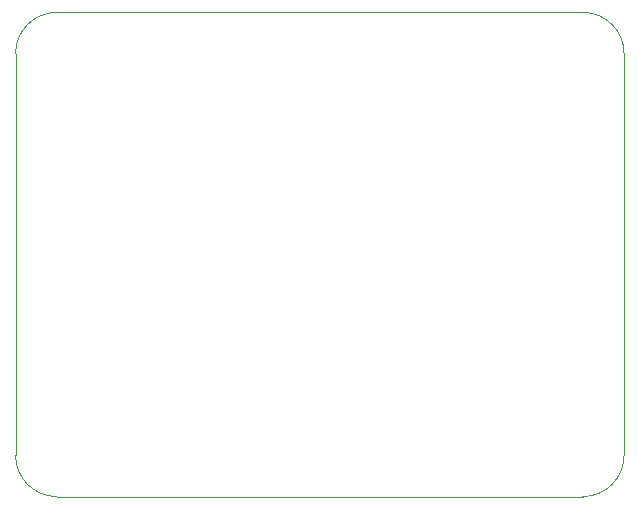
<source format=gbr>
%TF.GenerationSoftware,KiCad,Pcbnew,8.0.6*%
%TF.CreationDate,2024-11-24T10:21:45-05:00*%
%TF.ProjectId,triple_555,74726970-6c65-45f3-9535-352e6b696361,rev?*%
%TF.SameCoordinates,PX717cbc0PY4add0a0*%
%TF.FileFunction,Profile,NP*%
%FSLAX46Y46*%
G04 Gerber Fmt 4.6, Leading zero omitted, Abs format (unit mm)*
G04 Created by KiCad (PCBNEW 8.0.6) date 2024-11-24 10:21:45*
%MOMM*%
%LPD*%
G01*
G04 APERTURE LIST*
%TA.AperFunction,Profile*%
%ADD10C,0.050000*%
%TD*%
G04 APERTURE END LIST*
D10*
X4500000Y-42000000D02*
G75*
G02*
X1000000Y-38500000I0J3500000D01*
G01*
X4500000Y-42000000D02*
X49025126Y-42000000D01*
X52525126Y-38500000D02*
X52525126Y-4500000D01*
X52525126Y-38500000D02*
G75*
G02*
X49025126Y-42000000I-3500000J0D01*
G01*
X49025126Y-1000000D02*
G75*
G02*
X52525126Y-4500000I0J-3500000D01*
G01*
X49025126Y-1000000D02*
X4500000Y-1000000D01*
X1000000Y-4500000D02*
G75*
G02*
X4500000Y-1000000I3500000J0D01*
G01*
X1000000Y-4500000D02*
X1000000Y-38500000D01*
M02*

</source>
